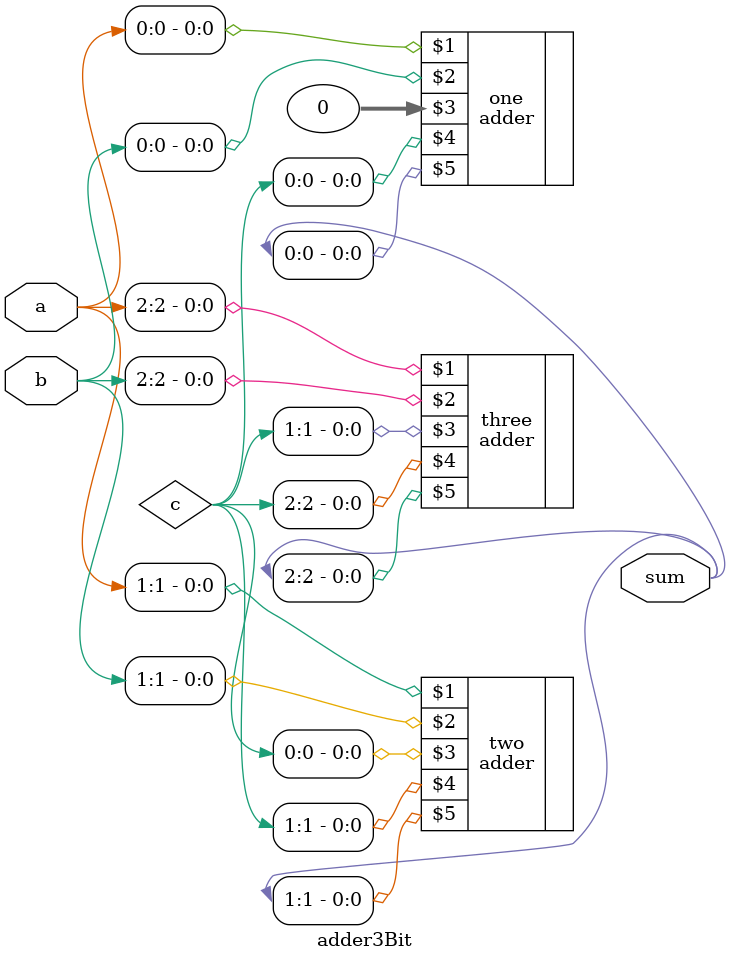
<source format=sv>
module adder3Bit (
input logic [2:0] a, b,
output logic [2:0] sum
);

wire[2:0] c;

adder one(a[0], b[0], 0, c[0], sum[0]);
adder two(a[1], b[1], c[0], c[1], sum[1]);
adder three(a[2], b[2], c[1], c[2], sum[2]);






endmodule 


</source>
